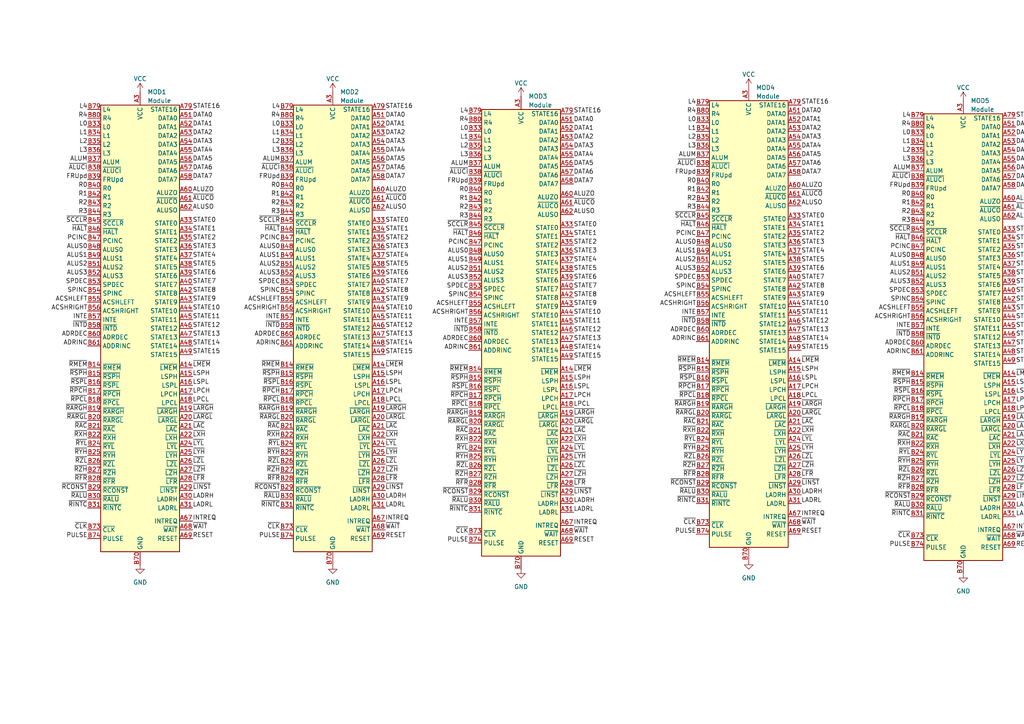
<source format=kicad_sch>
(kicad_sch (version 20250114) (generator "eeschema") (generator_version "9.0")
  (paper "A4")
  (lib_symbols
    (symbol "cpu816symbols:BusSlot"
      (property "Reference" "BC" (at -8.89 66.04 0))
      (property "Value" "BusConnector" (at 13.97 66.04 0))
      (symbol "BusSlot_0_1"
        (rectangle (start -11.43 64.77) (end 11.43 -64.77) (stroke (width 0.254)) (fill (type background)))
      )
      (symbol "BusSlot_1_0"
        (pin passive line (at 0 68.58 270) (length 3.81) (hide yes) (name "VCC") (number "B1"))
        (pin passive line (at 0 68.58 270) (length 3.81) (hide yes) (name "VCC") (number "B2"))
        (pin passive line (at 0 68.58 270) (length 3.81) (hide yes) (name "VCC") (number "B3"))
        (pin passive line (at 0 68.58 270) (length 3.81) (hide yes) (name "VCC") (number "B4"))
        (pin passive line (at 0 68.58 270) (length 3.81) (hide yes) (name "VCC") (number "B5"))
        (pin passive line (at 0 -68.58 90) (length 3.81) (hide yes) (name "GND") (number "A66"))
        (pin passive line (at 0 -68.58 90) (length 3.81) (hide yes) (name "GND") (number "A70"))
        (pin passive line (at 0 -68.58 90) (length 3.81) (hide yes) (name "GND") (number "A71"))
        (pin passive line (at 0 -68.58 90) (length 3.81) (hide yes) (name "GND") (number "A72"))
        (pin passive line (at 0 -68.58 90) (length 3.81) (hide yes) (name "GND") (number "A73"))
        (pin passive line (at 0 -68.58 90) (length 3.81) (hide yes) (name "GND") (number "A74"))
        (pin passive line (at 0 -68.58 90) (length 3.81) (hide yes) (name "GND") (number "A75"))
        (pin passive line (at 0 -68.58 90) (length 3.81) (hide yes) (name "GND") (number "A76"))
        (pin passive line (at 0 -68.58 90) (length 3.81) (hide yes) (name "GND") (number "B12"))
        (pin passive line (at 0 -68.58 90) (length 3.81) (hide yes) (name "GND") (number "B13"))
        (pin passive line (at 0 -68.58 90) (length 3.81) (hide yes) (name "GND") (number "B23"))
        (pin passive line (at 0 -68.58 90) (length 3.81) (hide yes) (name "GND") (number "B32"))
        (pin passive line (at 0 -68.58 90) (length 3.81) (hide yes) (name "GND") (number "B41"))
        (pin passive line (at 0 -68.58 90) (length 3.81) (hide yes) (name "GND") (number "B50"))
        (pin passive line (at 0 -68.58 90) (length 3.81) (hide yes) (name "GND") (number "B59"))
        (pin passive line (at 0 -68.58 90) (length 3.81) (hide yes) (name "GND") (number "B62"))
        (pin passive line (at 0 -68.58 90) (length 3.81) (hide yes) (name "GND") (number "B63"))
        (pin passive line (at 0 -68.58 90) (length 3.81) (hide yes) (name "GND") (number "B64"))
        (pin passive line (at 0 -68.58 90) (length 3.81) (hide yes) (name "GND") (number "B65"))
        (pin passive line (at 0 -68.58 90) (length 3.81) (hide yes) (name "GND") (number "B66"))
        (pin passive line (at 0 -68.58 90) (length 3.81) (hide yes) (name "GND") (number "B67"))
        (pin passive line (at 0 -68.58 90) (length 3.81) (hide yes) (name "GND") (number "B68"))
        (pin passive line (at 0 -68.58 90) (length 3.81) (hide yes) (name "GND") (number "B69"))
        (pin power_in line (at 0 -68.58 90) (length 3.81) (name "GND") (number "B70"))
        (pin passive line (at 0 -68.58 90) (length 3.81) (hide yes) (name "GND") (number "B71"))
        (pin passive line (at 0 -68.58 90) (length 3.81) (hide yes) (name "GND") (number "B72"))
        (pin passive line (at 0 -68.58 90) (length 3.81) (hide yes) (name "GND") (number "B75"))
        (pin passive line (at 0 -68.58 90) (length 3.81) (hide yes) (name "GND") (number "B76"))
      )
      (symbol "BusSlot_1_1"
        (pin passive line (at -15.24 63.5 0) (length 3.81) (name "L4") (number "B79"))
        (pin passive line (at -15.24 60.96 0) (length 3.81) (name "R4") (number "B80"))
        (pin passive line (at -15.24 58.42 0) (length 3.81) (name "L0") (number "B33"))
        (pin passive line (at -15.24 55.88 0) (length 3.81) (name "L1") (number "B34"))
        (pin passive line (at -15.24 53.34 0) (length 3.81) (name "L2") (number "B35"))
        (pin passive line (at -15.24 50.8 0) (length 3.81) (name "L3") (number "B36"))
        (pin passive line (at -15.24 48.26 0) (length 3.81) (name "ALUM") (number "B37"))
        (pin passive line (at -15.24 45.72 0) (length 3.81) (name "~{ALUCI}") (number "B38"))
        (pin passive line (at -15.24 43.18 0) (length 3.81) (name "FRUpd") (number "B39"))
        (pin passive line (at -15.24 40.64 0) (length 3.81) (name "R0") (number "B40"))
        (pin passive line (at -15.24 38.1 0) (length 3.81) (name "R1") (number "B42"))
        (pin passive line (at -15.24 35.56 0) (length 3.81) (name "R2") (number "B43"))
        (pin passive line (at -15.24 33.02 0) (length 3.81) (name "R3") (number "B44"))
        (pin passive line (at -15.24 30.48 0) (length 3.81) (name "~{SCCLR}") (number "B45"))
        (pin passive line (at -15.24 27.94 0) (length 3.81) (name "~{HALT}") (number "B46"))
        (pin passive line (at -15.24 25.4 0) (length 3.81) (name "PCINC") (number "B47"))
        (pin passive line (at -15.24 22.86 0) (length 3.81) (name "ALUS0") (number "B48"))
        (pin passive line (at -15.24 20.32 0) (length 3.81) (name "ALUS1") (number "B49"))
        (pin passive line (at -15.24 17.78 0) (length 3.81) (name "ALUS2") (number "B51"))
        (pin passive line (at -15.24 15.24 0) (length 3.81) (name "ALUS3") (number "B52"))
        (pin passive line (at -15.24 12.7 0) (length 3.81) (name "SPDEC") (number "B53"))
        (pin passive line (at -15.24 10.16 0) (length 3.81) (name "SPINC") (number "B54"))
        (pin passive line (at -15.24 7.62 0) (length 3.81) (name "ACSHLEFT") (number "B55"))
        (pin passive line (at -15.24 5.08 0) (length 3.81) (name "ACSHRIGHT") (number "B56"))
        (pin passive line (at -15.24 2.54 0) (length 3.81) (name "INTE") (number "B57"))
        (pin passive line (at -15.24 0 0) (length 3.81) (name "~{INTD}") (number "B58"))
        (pin passive line (at -15.24 -2.54 0) (length 3.81) (name "ADRDEC") (number "B60"))
        (pin passive line (at -15.24 -5.08 0) (length 3.81) (name "ADDRINC") (number "B61"))
        (pin passive line (at -15.24 -11.43 0) (length 3.81) (name "~{RMEM}") (number "B14"))
        (pin passive line (at -15.24 -13.97 0) (length 3.81) (name "~{RSPH}") (number "B15"))
        (pin passive line (at -15.24 -16.51 0) (length 3.81) (name "~{RSPL}") (number "B16"))
        (pin passive line (at -15.24 -19.05 0) (length 3.81) (name "~{RPCH}") (number "B17"))
        (pin passive line (at -15.24 -21.59 0) (length 3.81) (name "~{RPCL}") (number "B18"))
        (pin passive line (at -15.24 -24.13 0) (length 3.81) (name "~{RARGH}") (number "B19"))
        (pin passive line (at -15.24 -26.67 0) (length 3.81) (name "~{RARGL}") (number "B20"))
        (pin passive line (at -15.24 -29.21 0) (length 3.81) (name "~{RAC}") (number "B21"))
        (pin passive line (at -15.24 -31.75 0) (length 3.81) (name "~{RXH}") (number "B22"))
        (pin passive line (at -15.24 -34.29 0) (length 3.81) (name "~{RYL}") (number "B24"))
        (pin passive line (at -15.24 -36.83 0) (length 3.81) (name "~{RYH}") (number "B25"))
        (pin passive line (at -15.24 -39.37 0) (length 3.81) (name "~{RZL}") (number "B26"))
        (pin passive line (at -15.24 -41.91 0) (length 3.81) (name "~{RZH}") (number "B27"))
        (pin passive line (at -15.24 -44.45 0) (length 3.81) (name "~{RFR}") (number "B28"))
        (pin passive line (at -15.24 -46.99 0) (length 3.81) (name "~{RCONST}") (number "B29"))
        (pin passive line (at -15.24 -49.53 0) (length 3.81) (name "~{RALU}") (number "B30"))
        (pin passive line (at -15.24 -52.07 0) (length 3.81) (name "~{RINTC}") (number "B31"))
        (pin passive line (at -15.24 -58.42 0) (length 3.81) (name "~{CLK}") (number "B73"))
        (pin passive line (at -15.24 -60.96 0) (length 3.81) (name "PULSE") (number "B74"))
        (pin passive line (at 0 68.58 270) (length 3.81) (hide yes) (name "VCC") (number "A1"))
        (pin passive line (at 0 68.58 270) (length 3.81) (hide yes) (name "VCC") (number "A2"))
        (pin power_in line (at 0 68.58 270) (length 3.81) (name "VCC") (number "A3"))
        (pin passive line (at 0 68.58 270) (length 3.81) (hide yes) (name "VCC") (number "A4"))
        (pin passive line (at 0 68.58 270) (length 3.81) (hide yes) (name "VCC") (number "A5"))
        (pin passive line (at 0 -68.58 90) (length 3.81) (hide yes) (name "GND") (number "A12"))
        (pin passive line (at 0 -68.58 90) (length 3.81) (hide yes) (name "GND") (number "A13"))
        (pin passive line (at 0 -68.58 90) (length 3.81) (hide yes) (name "GND") (number "A23"))
        (pin passive line (at 0 -68.58 90) (length 3.81) (hide yes) (name "GND") (number "A32"))
        (pin passive line (at 0 -68.58 90) (length 3.81) (hide yes) (name "GND") (number "A41"))
        (pin passive line (at 0 -68.58 90) (length 3.81) (hide yes) (name "GND") (number "A50"))
        (pin passive line (at 0 -68.58 90) (length 3.81) (hide yes) (name "GND") (number "A59"))
        (pin passive line (at 0 -68.58 90) (length 3.81) (hide yes) (name "GND") (number "A63"))
        (pin passive line (at 0 -68.58 90) (length 3.81) (hide yes) (name "GND") (number "A64"))
        (pin passive line (at 0 -68.58 90) (length 3.81) (hide yes) (name "GND") (number "A65"))
        (pin passive line (at 15.24 63.5 180) (length 3.81) (name "STATE16") (number "A79"))
        (pin passive line (at 15.24 60.96 180) (length 3.81) (name "DATA0") (number "A51"))
        (pin passive line (at 15.24 58.42 180) (length 3.81) (name "DATA1") (number "A52"))
        (pin passive line (at 15.24 55.88 180) (length 3.81) (name "DATA2") (number "A53"))
        (pin passive line (at 15.24 53.34 180) (length 3.81) (name "DATA3") (number "A54"))
        (pin passive line (at 15.24 50.8 180) (length 3.81) (name "DATA4") (number "A55"))
        (pin passive line (at 15.24 48.26 180) (length 3.81) (name "DATA5") (number "A56"))
        (pin passive line (at 15.24 45.72 180) (length 3.81) (name "DATA6") (number "A57"))
        (pin passive line (at 15.24 43.18 180) (length 3.81) (name "DATA7") (number "A58"))
        (pin passive line (at 15.24 39.37 180) (length 3.81) (name "ALUZO") (number "A60"))
        (pin passive line (at 15.24 36.83 180) (length 3.81) (name "~{ALUCO}") (number "A61"))
        (pin passive line (at 15.24 34.29 180) (length 3.81) (name "ALUSO") (number "A62"))
        (pin passive line (at 15.24 30.48 180) (length 3.81) (name "STATE0") (number "A33"))
        (pin passive line (at 15.24 27.94 180) (length 3.81) (name "STATE1") (number "A34"))
        (pin passive line (at 15.24 25.4 180) (length 3.81) (name "STATE2") (number "A35"))
        (pin passive line (at 15.24 22.86 180) (length 3.81) (name "STATE3") (number "A36"))
        (pin passive line (at 15.24 20.32 180) (length 3.81) (name "STATE4") (number "A37"))
        (pin passive line (at 15.24 17.78 180) (length 3.81) (name "STATE5") (number "A38"))
        (pin passive line (at 15.24 15.24 180) (length 3.81) (name "STATE6") (number "A39"))
        (pin passive line (at 15.24 12.7 180) (length 3.81) (name "STATE7") (number "A40"))
        (pin passive line (at 15.24 10.16 180) (length 3.81) (name "STATE8") (number "A42"))
        (pin passive line (at 15.24 7.62 180) (length 3.81) (name "STATE9") (number "A43"))
        (pin passive line (at 15.24 5.08 180) (length 3.81) (name "STATE10") (number "A44"))
        (pin passive line (at 15.24 2.54 180) (length 3.81) (name "STATE11") (number "A45"))
        (pin passive line (at 15.24 0 180) (length 3.81) (name "STATE12") (number "A46"))
        (pin passive line (at 15.24 -2.54 180) (length 3.81) (name "STATE13") (number "A47"))
        (pin passive line (at 15.24 -5.08 180) (length 3.81) (name "STATE14") (number "A48"))
        (pin passive line (at 15.24 -7.62 180) (length 3.81) (name "STATE15") (number "A49"))
        (pin passive line (at 15.24 -11.43 180) (length 3.81) (name "~{LMEM}") (number "A14"))
        (pin passive line (at 15.24 -13.97 180) (length 3.81) (name "LSPH") (number "A15"))
        (pin passive line (at 15.24 -16.51 180) (length 3.81) (name "LSPL") (number "A16"))
        (pin passive line (at 15.24 -19.05 180) (length 3.81) (name "LPCH") (number "A17"))
        (pin passive line (at 15.24 -21.59 180) (length 3.81) (name "LPCL") (number "A18"))
        (pin passive line (at 15.24 -24.13 180) (length 3.81) (name "~{LARGH}") (number "A19"))
        (pin passive line (at 15.24 -26.67 180) (length 3.81) (name "~{LARGL}") (number "A20"))
        (pin passive line (at 15.24 -29.21 180) (length 3.81) (name "~{LAC}") (number "A21"))
        (pin passive line (at 15.24 -31.75 180) (length 3.81) (name "~{LXH}") (number "A22"))
        (pin passive line (at 15.24 -34.29 180) (length 3.81) (name "~{LYL}") (number "A24"))
        (pin passive line (at 15.24 -36.83 180) (length 3.81) (name "~{LYH}") (number "A25"))
        (pin passive line (at 15.24 -39.37 180) (length 3.81) (name "~{LZL}") (number "A26"))
        (pin passive line (at 15.24 -41.91 180) (length 3.81) (name "~{LZH}") (number "A27"))
        (pin passive line (at 15.24 -44.45 180) (length 3.81) (name "~{LFR}") (number "A28"))
        (pin passive line (at 15.24 -46.99 180) (length 3.81) (name "~{LINST}") (number "A29"))
        (pin passive line (at 15.24 -49.53 180) (length 3.81) (name "LADRH") (number "A30"))
        (pin passive line (at 15.24 -52.07 180) (length 3.81) (name "LADRL") (number "A31"))
        (pin passive line (at 15.24 -55.88 180) (length 3.81) (name "INTREQ") (number "A67"))
        (pin passive line (at 15.24 -58.42 180) (length 3.81) (name "~{WAIT}") (number "A68"))
        (pin passive line (at 15.24 -60.96 180) (length 3.81) (name "RESET") (number "A69"))
      )
    )
    (symbol "power:GND" (power) (pin_numbers (hide yes)) (pin_names (offset 0) (hide yes))
      (property "Value" "GND" (at 0 -3.81 0))
      (symbol "GND_0_1"
        (polyline (pts (xy 0 0) (xy 0 -1.27) (xy 1.27 -1.27) (xy 0 -2.54) (xy -1.27 -1.27) (xy 0 -1.27)))
      )
      (symbol "GND_1_1"
        (pin power_in line (at 0 0 270) (length 0) (name "~") (number "1"))
      )
    )
    (symbol "power:VCC" (power) (pin_numbers (hide yes)) (pin_names (offset 0) (hide yes))
      (property "Value" "VCC" (at 0 3.556 0))
      (symbol "VCC_0_1"
        (polyline (pts (xy -0.762 1.27) (xy 0 2.54)))
        (polyline (pts (xy 0 2.54) (xy 0.762 1.27)))
        (polyline (pts (xy 0 0) (xy 0 2.54)))
      )
      (symbol "VCC_1_1"
        (pin power_in line (at 0 0 90) (length 0) (name "~") (number "1"))
      )
    )
  )
  (label "SPDEC" (at 392.43 81.28 180))
  (label "~{WAIT}" (at 55.88 153.67 0))
  (label "~{RALU}" (at 81.28 144.78 180))
  (label "ACSHRIGHT" (at 135.89 91.44 180))
  (label "~{RSPH}" (at 323.85 107.95 180))
  (label "STATE3" (at 111.76 72.39 0))
  (label "~{INTD}" (at 264.16 97.79 180))
  (label "ALUM" (at 450.85 48.26 180))
  (label "~{LZL}" (at 111.76 134.62 0))
  (label "~{LARGH}" (at 55.88 119.38 0))
  (label "~{LAC}" (at 55.88 124.46 0))
  (label "ADRDEC" (at 392.43 96.52 180))
  (label "STATE0" (at 535.94 66.04 0))
  (label "DATA4" (at 294.64 46.99 0))
  (label "STATE15" (at 166.37 104.14 0))
  (label "~{RMEM}" (at 81.28 106.68 180))
  (label "STATE1" (at 294.64 69.85 0))
  (label "ALUS2" (at 450.85 78.74 180))
  (label "ALUS2" (at 323.85 76.2 180))
  (label "~{RSPH}" (at 505.46 110.49 180))
  (label "ALUZO" (at 422.91 54.61 0))
  (label "STATE14" (at 422.91 99.06 0))
  (label "~{LZL}" (at 166.37 135.89 0))
  (label "R3" (at 505.46 63.5 180))
  (label "RESET" (at 166.37 157.48 0))
  (label "DATA6" (at 535.94 50.8 0))
  (label "DATA1" (at 294.64 39.37 0))
  (label "~{RYH}" (at 81.28 132.08 180))
  (label "STATE10" (at 111.76 90.17 0))
  (label "DATA4" (at 535.94 45.72 0))
  (label "~{CLK}" (at 323.85 152.4 180))
  (label "ALUS3" (at 323.85 78.74 180))
  (label "~{LAC}" (at 166.37 125.73 0))
  (label "STATE5" (at 166.37 78.74 0))
  (label "~{RXH}" (at 323.85 125.73 180))
  (label "L0" (at 25.4 36.83 180))
  (label "~{LFR}" (at 55.88 139.7 0))
  (label "STATE10" (at 232.41 88.9 0))
  (label "ACSHRIGHT" (at 323.85 88.9 180))
  (label "STATE15" (at 481.33 104.14 0))
  (label "~{LAC}" (at 354.33 123.19 0))
  (label "ADRINC" (at 450.85 101.6 180))
  (label "DATA7" (at 166.37 53.34 0))
  (label "~{RPCH}" (at 392.43 113.03 180))
  (label "~{RXH}" (at 201.93 125.73 180))
  (label "~{RARGH}" (at 323.85 118.11 180))
  (label "DATA5" (at 166.37 48.26 0))
  (label "DATA3" (at 111.76 41.91 0))
  (label "~{LINST}" (at 354.33 140.97 0))
  (label "ACSHLEFT" (at 323.85 86.36 180))
  (label "~{RARGL}" (at 505.46 123.19 180))
  (label "~{CLK}" (at 25.4 153.67 180))
  (label "STATE1" (at 232.41 66.04 0))
  (label "~{RMEM}" (at 201.93 105.41 180))
  (label "ACSHRIGHT" (at 264.16 92.71 180))
  (label "~{RYH}" (at 201.93 130.81 180))
  (label "INTREQ" (at 232.41 149.86 0))
  (label "DATA2" (at 481.33 40.64 0))
  (label "ALUS0" (at 25.4 72.39 180))
  (label "LADRL" (at 354.33 146.05 0))
  (label "INTE" (at 135.89 93.98 180))
  (label "STATE8" (at 166.37 86.36 0))
  (label "~{INTD}" (at 135.89 96.52 180))
  (label "L2" (at 450.85 43.18 180))
  (label "ALUS1" (at 450.85 76.2 180))
  (label "~{RARGH}" (at 505.46 120.65 180))
  (label "~{LXH}" (at 422.91 125.73 0))
  (label "~{RARGL}" (at 81.28 121.92 180))
  (label "DATA0" (at 55.88 34.29 0))
  (label "~{HALT}" (at 25.4 67.31 180))
  (label "LPCH" (at 166.37 115.57 0))
  (label "ADRINC" (at 323.85 99.06 180))
  (label "STATE3" (at 166.37 73.66 0))
  (label "~{RSPL}" (at 25.4 111.76 180))
  (label "STATE4" (at 422.91 73.66 0))
  (label "DATA3" (at 55.88 41.91 0))
  (label "L2" (at 25.4 41.91 180))
  (label "STATE14" (at 481.33 101.6 0))
  (label "STATE8" (at 535.94 86.36 0))
  (label "STATE16" (at 535.94 33.02 0))
  (label "PCINC" (at 323.85 68.58 180))
  (label "FRUpd" (at 264.16 54.61 180))
  (label "PULSE" (at 81.28 156.21 180))
  (label "~{RPCL}" (at 25.4 116.84 180))
  (label "~{LMEM}" (at 111.76 106.68 0))
  (label "~{LFR}" (at 422.91 138.43 0))
  (label "~{RCONST}" (at 135.89 143.51 180))
  (label "~{RFR}" (at 505.46 140.97 180))
  (label "SPDEC" (at 264.16 85.09 180))
  (label "STATE14" (at 535.94 101.6 0))
  (label "~{RPCH}" (at 505.46 115.57 180))
  (label "~{LARGH}" (at 422.91 118.11 0))
  (label "~{RFR}" (at 25.4 139.7 180))
  (label "R3" (at 450.85 63.5 180))
  (label "~{RAC}" (at 264.16 127 180))
  (label "~{RMEM}" (at 323.85 105.41 180))
  (label "~{RINTC}" (at 505.46 148.59 180))
  (label "~{RMEM}" (at 264.16 109.22 180))
  (label "~{RFR}" (at 392.43 138.43 180))
  (label "STATE9" (at 232.41 86.36 0))
  (label "~{RZL}" (at 25.4 134.62 180))
  (label "RESET" (at 354.33 154.94 0))
  (label "~{CLK}" (at 264.16 156.21 180))
  (label "~{LXH}" (at 55.88 127 0))
  (label "STATE5" (at 294.64 80.01 0))
  (label "DATA4" (at 232.41 43.18 0))
  (label "ALUSO" (at 232.41 59.69 0))
  (label "ALUM" (at 505.46 48.26 180))
  (label "~{RPCL}" (at 135.89 118.11 180))
  (label "LADRL" (at 294.64 149.86 0))
  (label "ALUS0" (at 201.93 71.12 180))
  (label "~{RYL}" (at 264.16 132.08 180))
  (label "~{LARGL}" (at 55.88 121.92 0))
  (label "~{LZL}" (at 354.33 133.35 0))
  (label "~{LYH}" (at 481.33 133.35 0))
  (label "STATE12" (at 166.37 96.52 0))
  (label "~{RYL}" (at 392.43 128.27 180))
  (label "FRUpd" (at 25.4 52.07 180))
  (label "~{LARGL}" (at 111.76 121.92 0))
  (label "STATE5" (at 232.41 76.2 0))
  (label "LSPL" (at 535.94 113.03 0))
  (label "ALUM" (at 323.85 45.72 180))
  (label "~{SCCLR}" (at 450.85 66.04 180))
  (label "~{RALU}" (at 135.89 146.05 180))
  (label "LADRH" (at 55.88 144.78 0))
  (label "ALUSO" (at 166.37 62.23 0))
  (label "~{RINTC}" (at 135.89 148.59 180))
  (label "~{LINST}" (at 232.41 140.97 0))
  (label "~{RYL}" (at 323.85 128.27 180))
  (label "R2" (at 392.43 58.42 180))
  (label "~{LMEM}" (at 294.64 109.22 0))
  (label "ALUM" (at 392.43 45.72 180))
  (label "ACSHLEFT" (at 25.4 87.63 180))
  (label "~{RCONST}" (at 450.85 143.51 180))
  (label "STATE8" (at 55.88 85.09 0))
  (label "LPCL" (at 166.37 118.11 0))
  (label "LADRL" (at 535.94 148.59 0))
  (label "STATE15" (at 294.64 105.41 0))
  (label "~{RINTC}" (at 450.85 148.59 180))
  (label "DATA4" (at 166.37 45.72 0))
  (label "DATA1" (at 535.94 38.1 0))
  (label "STATE12" (at 354.33 93.98 0))
  (label "ADRINC" (at 25.4 100.33 180))
  (label "STATE12" (at 111.76 95.25 0))
  (label "~{RZH}" (at 135.89 138.43 180))
  (label "~{RCONST}" (at 81.28 142.24 180))
  (label "RESET" (at 232.41 154.94 0))
  (label "STATE16" (at 55.88 31.75 0))
  (label "DATA1" (at 232.41 35.56 0))
  (label "ACSHRIGHT" (at 81.28 90.17 180))
  (label "STATE16" (at 111.76 31.75 0))
  (label "STATE15" (at 535.94 104.14 0))
  (label "STATE6" (at 232.41 78.74 0))
  (label "~{RZL}" (at 201.93 133.35 180))
  (label "LPCL" (at 535.94 118.11 0))
  (label "STATE16" (at 354.33 30.48 0))
  (label "ALUS3" (at 264.16 82.55 180))
  (label "~{SCCLR}" (at 201.93 63.5 180))
  (label "L3" (at 264.16 46.99 180))
  (label "~{RALU}" (at 25.4 144.78 180))
  (label "~{INTD}" (at 505.46 96.52 180))
  (label "~{RINTC}" (at 201.93 146.05 180))
  (label "LADRH" (at 111.76 144.78 0))
  (label "~{LXH}" (at 354.33 125.73 0))
  (label "SPDEC" (at 323.85 81.28 180))
  (label "STATE1" (at 166.37 68.58 0))
  (label "~{RARGH}" (at 450.85 120.65 180))
  (label "~{RPCL}" (at 392.43 115.57 180))
  (label "PULSE" (at 135.89 157.48 180))
  (label "L1" (at 25.4 39.37 180))
  (label "~{WAIT}" (at 111.76 153.67 0))
  (label "~{RPCL}" (at 450.85 118.11 180))
  (label "STATE7" (at 481.33 83.82 0))
  (label "~{RZL}" (at 392.43 133.35 180))
  (label "~{RZH}" (at 450.85 138.43 180))
  (label "~{LZL}" (at 232.41 133.35 0))
  (label "~{LINST}" (at 294.64 144.78 0))
  (label "~{LYL}" (at 481.33 130.81 0))
  (label "DATA1" (at 422.91 35.56 0))
  (label "R3" (at 135.89 63.5 180))
  (label "~{RZL}" (at 323.85 133.35 180))
  (label "~{RCONST}" (at 264.16 144.78 180))
  (label "ALUS1" (at 505.46 76.2 180))
  (label "STATE2" (at 535.94 71.12 0))
  (label "~{RAC}" (at 25.4 124.46 180))
  (label "~{RPCL}" (at 201.93 115.57 180))
  (label "PCINC" (at 201.93 68.58 180))
  (label "L1" (at 135.89 40.64 180))
  (label "ALUZO" (at 535.94 57.15 0))
  (label "LPCL" (at 422.91 115.57 0))
  (label "ADRDEC" (at 264.16 100.33 180))
  (label "R2" (at 505.46 60.96 180))
  (label "ALUS2" (at 25.4 77.47 180))
  (label "ACSHRIGHT" (at 450.85 91.44 180))
  (label "~{LZH}" (at 232.41 135.89 0))
  (label "DATA7" (at 481.33 53.34 0))
  (label "~{RSPL}" (at 201.93 110.49 180))
  (label "~{RAC}" (at 201.93 123.19 180))
  (label "~{RARGH}" (at 135.89 120.65 180))
  (label "L4" (at 201.93 30.48 180))
  (label "STATE13" (at 535.94 99.06 0))
  (label "~{LARGL}" (at 294.64 124.46 0))
  (label "~{RPCH}" (at 81.28 114.3 180))
  (label "~{HALT}" (at 264.16 69.85 180))
  (label "ALUS0" (at 505.46 73.66 180))
  (label "STATE12" (at 232.41 93.98 0))
  (label "~{RINTC}" (at 264.16 149.86 180))
  (label "~{RXH}" (at 505.46 128.27 180))
  (label "FRUpd" (at 392.43 50.8 180))
  (label "STATE9" (at 535.94 88.9 0))
  (label "INTE" (at 25.4 92.71 180))
  (label "DATA2" (at 354.33 38.1 0))
  (label "~{RSPL}" (at 323.85 110.49 180))
  (label "~{RALU}" (at 264.16 147.32 180))
  (label "ADRINC" (at 201.93 99.06 180))
  (label "DATA2" (at 166.37 40.64 0))
  (label "LSPH" (at 535.94 110.49 0))
  (label "SPINC" (at 450.85 86.36 180))
  (label "~{RXH}" (at 135.89 128.27 180))
  (label "STATE0" (at 422.91 63.5 0))
  (label "~{RPCL}" (at 81.28 116.84 180))
  (label "L0" (at 201.93 35.56 180))
  (label "LSPL" (at 232.41 110.49 0))
  (label "STATE6" (at 294.64 82.55 0))
  (label "~{LMEM}" (at 535.94 107.95 0))
  (label "~{SCCLR}" (at 264.16 67.31 180))
  (label "~{LFR}" (at 535.94 140.97 0))
  (label "~{RZL}" (at 135.89 135.89 180))
  (label "~{RZL}" (at 81.28 134.62 180))
  (label "R3" (at 201.93 60.96 180))
  (label "~{RYH}" (at 25.4 132.08 180))
  (label "~{RYH}" (at 264.16 134.62 180))
  (label "ALUS2" (at 201.93 76.2 180))
  (label "FRUpd" (at 81.28 52.07 180))
  (label "LPCL" (at 111.76 116.84 0))
  (label "ALUS0" (at 450.85 73.66 180))
  (label "~{RINTC}" (at 323.85 146.05 180))
  (label "~{LZL}" (at 55.88 134.62 0))
  (label "ACSHRIGHT" (at 25.4 90.17 180))
  (label "R1" (at 135.89 58.42 180))
  (label "STATE5" (at 55.88 77.47 0))
  (label "STATE16" (at 481.33 33.02 0))
  (label "R4" (at 323.85 33.02 180))
  (label "~{RPCH}" (at 450.85 115.57 180))
  (label "~{LARGH}" (at 111.76 119.38 0))
  (label "SPINC" (at 25.4 85.09 180))
  (label "~{LZH}" (at 354.33 135.89 0))
  (label "ALUSO" (at 111.76 60.96 0))
  (label "~{WAIT}" (at 354.33 152.4 0))
  (label "~{ALUCO}" (at 535.94 59.69 0))
  (label "~{LINST}" (at 55.88 142.24 0))
  (label "~{RZH}" (at 505.46 138.43 180))
  (label "STATE14" (at 232.41 99.06 0))
  (label "~{RYH}" (at 505.46 133.35 180))
  (label "~{RALU}" (at 505.46 146.05 180))
  (label "STATE12" (at 55.88 95.25 0))
  (label "L3" (at 25.4 44.45 180))
  (label "R1" (at 201.93 55.88 180))
  (label "LSPH" (at 232.41 107.95 0))
  (label "~{RZH}" (at 264.16 139.7 180))
  (label "ADRDEC" (at 135.89 99.06 180))
  (label "STATE8" (at 354.33 83.82 0))
  (label "STATE14" (at 111.76 100.33 0))
  (label "~{RXH}" (at 264.16 129.54 180))
  (label "~{CLK}" (at 392.43 152.4 180))
  (label "LPCH" (at 55.88 114.3 0))
  (label "~{RSPL}" (at 392.43 110.49 180))
  (label "PULSE" (at 25.4 156.21 180))
  (label "~{RARGL}" (at 135.89 123.19 180))
  (label "~{LYH}" (at 354.33 130.81 0))
  (label "~{LXH}" (at 232.41 125.73 0))
  (label "STATE11" (at 535.94 93.98 0))
  (label "LSPL" (at 111.76 111.76 0))
  (label "~{RYH}" (at 450.85 133.35 180))
  (label "DATA2" (at 232.41 38.1 0))
  (label "STATE8" (at 111.76 85.09 0))
  (label "~{RZH}" (at 81.28 137.16 180))
  (label "STATE11" (at 422.91 91.44 0))
  (label "L0" (at 450.85 38.1 180))
  (label "L2" (at 323.85 40.64 180))
  (label "~{ALUCO}" (at 422.91 57.15 0))
  (label "ACSHLEFT" (at 505.46 88.9 180))
  (label "~{RARGL}" (at 450.85 123.19 180))
  (label "STATE7" (at 55.88 82.55 0))
  (label "STATE9" (at 422.91 86.36 0))
  (label "RESET" (at 111.76 156.21 0))
  (label "~{LZH}" (at 111.76 137.16 0))
  (label "~{LYL}" (at 535.94 130.81 0))
  (label "~{RXH}" (at 25.4 127 180))
  (label "R0" (at 392.43 53.34 180))
  (label "~{LARGH}" (at 535.94 120.65 0))
  (label "~{LARGL}" (at 232.41 120.65 0))
  (label "STATE11" (at 294.64 95.25 0))
  (label "~{RSPH}" (at 450.85 110.49 180))
  (label "LPCH" (at 232.41 113.03 0))
  (label "STATE1" (at 422.91 66.04 0))
  (label "LPCH" (at 422.91 113.03 0))
  (label "DATA6" (at 166.37 50.8 0))
  (label "STATE0" (at 166.37 66.04 0))
  (label "SPINC" (at 323.85 83.82 180))
  (label "R3" (at 392.43 60.96 180))
  (label "INTREQ" (at 481.33 152.4 0))
  (label "~{RMEM}" (at 505.46 107.95 180))
  (label "~{SCCLR}" (at 392.43 63.5 180))
  (label "~{RYL}" (at 201.93 128.27 180))
  (label "PCINC" (at 392.43 68.58 180))
  (label "LSPL" (at 354.33 110.49 0))
  (label "~{WAIT}" (at 166.37 154.94 0))
  (label "~{WAIT}" (at 535.94 154.94 0))
  (label "~{WAIT}" (at 294.64 156.21 0))
  (label "INTREQ" (at 422.91 149.86 0))
  (label "R4" (at 81.28 34.29 180))
  (label "INTE" (at 450.85 93.98 180))
  (label "~{CLK}" (at 450.85 154.94 180))
  (label "L1" (at 323.85 38.1 180))
  (label "STATE4" (at 55.88 74.93 0))
  (label "DATA6" (at 481.33 50.8 0))
  (label "~{RARGH}" (at 264.16 121.92 180))
  (label "DATA7" (at 294.64 54.61 0))
  (label "R2" (at 135.89 60.96 180))
  (label "STATE11" (at 481.33 93.98 0))
  (label "ALUS3" (at 81.28 80.01 180))
  (label "ADRINC" (at 392.43 99.06 180))
  (label "STATE4" (at 354.33 73.66 0))
  (label "ACSHLEFT" (at 264.16 90.17 180))
  (label "R3" (at 323.85 60.96 180))
  (label "~{LZL}" (at 481.33 135.89 0))
  (label "ALUZO" (at 55.88 55.88 0))
  (label "L1" (at 201.93 38.1 180))
  (label "STATE6" (at 55.88 80.01 0))
  (label "~{RARGL}" (at 25.4 121.92 180))
  (label "~{LARGL}" (at 535.94 123.19 0))
  (label "~{RAC}" (at 505.46 125.73 180))
  (label "LSPL" (at 294.64 114.3 0))
  (label "DATA5" (at 481.33 48.26 0))
  (label "~{RZH}" (at 25.4 137.16 180))
  (label "~{CLK}" (at 505.46 154.94 180))
  (label "L4" (at 264.16 34.29 180))
  (label "STATE9" (at 294.64 90.17 0))
  (label "R2" (at 201.93 58.42 180))
  (label "SPDEC" (at 25.4 82.55 180))
  (label "DATA0" (at 111.76 34.29 0))
  (label "L2" (at 201.93 40.64 180))
  (label "~{ALUCO}" (at 294.64 60.96 0))
  (label "~{RAC}" (at 450.85 125.73 180))
  (label "LPCL" (at 481.33 118.11 0))
  (label "STATE9" (at 55.88 87.63 0))
  (label "~{LARGL}" (at 166.37 123.19 0))
  (label "ALUM" (at 135.89 48.26 180))
  (label "STATE10" (at 535.94 91.44 0))
  (label "ALUS0" (at 323.85 71.12 180))
  (label "R0" (at 264.16 57.15 180))
  (label "~{ALUCI}" (at 81.28 49.53 180))
  (label "STATE0" (at 55.88 64.77 0))
  (label "PULSE" (at 323.85 154.94 180))
  (label "STATE12" (at 294.64 97.79 0))
  (label "L3" (at 392.43 43.18 180))
  (label "~{LINST}" (at 481.33 143.51 0))
  (label "L3" (at 201.93 43.18 180))
  (label "DATA2" (at 111.76 39.37 0))
  (label "STATE7" (at 166.37 83.82 0))
  (label "STATE13" (at 55.88 97.79 0))
  (label "~{ALUCI}" (at 201.93 48.26 180))
  (label "STATE4" (at 535.94 76.2 0))
  (label "STATE12" (at 422.91 93.98 0))
  (label "L4" (at 25.4 31.75 180))
  (label "DATA0" (at 294.64 36.83 0))
  (label "STATE8" (at 232.41 83.82 0))
  (label "R0" (at 323.85 53.34 180))
  (label "~{ALUCO}" (at 232.41 57.15 0))
  (label "~{RARGH}" (at 25.4 119.38 180))
  (label "~{RALU}" (at 450.85 146.05 180))
  (label "STATE6" (at 111.76 80.01 0))
  (label "~{LFR}" (at 111.76 139.7 0))
  (label "~{RZL}" (at 264.16 137.16 180))
  (label "STATE9" (at 111.76 87.63 0))
  (label "STATE15" (at 55.88 102.87 0))
  (label "~{LZL}" (at 294.64 137.16 0))
  (label "~{LARGL}" (at 481.33 123.19 0))
  (label "L3" (at 323.85 43.18 180))
  (label "INTREQ" (at 535.94 152.4 0))
  (label "DATA3" (at 166.37 43.18 0))
  (label "~{INTD}" (at 323.85 93.98 180))
  (label "LSPL" (at 422.91 110.49 0))
  (label "ALUSO" (at 422.91 59.69 0))
  (label "~{RPCH}" (at 135.89 115.57 180))
  (label "R3" (at 264.16 64.77 180))
  (label "ADRDEC" (at 25.4 97.79 180))
  (label "~{LAC}" (at 422.91 123.19 0))
  (label "~{ALUCO}" (at 481.33 59.69 0))
  (label "R0" (at 450.85 55.88 180))
  (label "~{LARGH}" (at 354.33 118.11 0))
  (label "L1" (at 81.28 39.37 180))
  (label "STATE10" (at 166.37 91.44 0))
  (label "STATE0" (at 111.76 64.77 0))
  (label "LPCL" (at 294.64 119.38 0))
  (label "STATE2" (at 166.37 71.12 0))
  (label "R0" (at 25.4 54.61 180))
  (label "ADRINC" (at 135.89 101.6 180))
  (label "R4" (at 201.93 33.02 180))
  (label "STATE12" (at 535.94 96.52 0))
  (label "~{RAC}" (at 392.43 123.19 180))
  (label "ALUSO" (at 55.88 60.96 0))
  (label "DATA0" (at 422.91 33.02 0))
  (label "~{RARGL}" (at 323.85 120.65 180))
  (label "STATE13" (at 166.37 99.06 0))
  (label "~{ALUCI}" (at 505.46 50.8 180))
  (label "STATE0" (at 481.33 66.04 0))
  (label "~{RAC}" (at 323.85 123.19 180))
  (label "ALUM" (at 201.93 45.72 180))
  (label "~{CLK}" (at 81.28 153.67 180))
  (label "R4" (at 505.46 35.56 180))
  (label "~{RPCH}" (at 201.93 113.03 180))
  (label "~{SCCLR}" (at 81.28 64.77 180))
  (label "LSPL" (at 481.33 113.03 0))
  (label "LADRL" (at 111.76 147.32 0))
  (label "~{INTD}" (at 81.28 95.25 180))
  (label "LPCH" (at 535.94 115.57 0))
  (label "~{ALUCO}" (at 55.88 58.42 0))
  (label "LSPL" (at 166.37 113.03 0))
  (label "ALUSO" (at 354.33 59.69 0))
  (label "LADRL" (at 232.41 146.05 0))
  (label "ALUS1" (at 201.93 73.66 180))
  (label "STATE5" (at 422.91 76.2 0))
  (label "DATA3" (at 294.64 44.45 0))
  (label "STATE16" (at 232.41 30.48 0))
  (label "~{LZH}" (at 166.37 138.43 0))
  (label "STATE7" (at 294.64 85.09 0))
  (label "~{LARGH}" (at 481.33 120.65 0))
  (label "~{LINST}" (at 535.94 143.51 0))
  (label "~{RPCH}" (at 323.85 113.03 180))
  (label "~{LZH}" (at 294.64 139.7 0))
  (label "~{LYH}" (at 111.76 132.08 0))
  (label "DATA0" (at 481.33 35.56 0))
  (label "ACSHLEFT" (at 392.43 86.36 180))
  (label "~{HALT}" (at 450.85 68.58 180))
  (label "DATA4" (at 55.88 44.45 0))
  (label "STATE11" (at 354.33 91.44 0))
  (label "SPDEC" (at 201.93 81.28 180))
  (label "PCINC" (at 450.85 71.12 180))
  (label "~{ALUCI}" (at 25.4 49.53 180))
  (label "STATE13" (at 354.33 96.52 0))
  (label "PULSE" (at 264.16 158.75 180))
  (label "INTE" (at 323.85 91.44 180))
  (label "~{LINST}" (at 422.91 140.97 0))
  (label "~{LARGL}" (at 354.33 120.65 0))
  (label "~{HALT}" (at 81.28 67.31 180))
  (label "LPCH" (at 294.64 116.84 0))
  (label "ALUZO" (at 111.76 55.88 0))
  (label "~{RYL}" (at 135.89 130.81 180))
  (label "ADRDEC" (at 450.85 99.06 180))
  (label "DATA2" (at 55.88 39.37 0))
  (label "INTE" (at 505.46 93.98 180))
  (label "STATE3" (at 481.33 73.66 0))
  (label "ALUZO" (at 354.33 54.61 0))
  (label "~{RYH}" (at 135.89 133.35 180))
  (label "STATE14" (at 294.64 102.87 0))
  (label "L0" (at 135.89 38.1 180))
  (label "R4" (at 25.4 34.29 180))
  (label "STATE12" (at 481.33 96.52 0))
  (label "~{LMEM}" (at 422.91 105.41 0))
  (label "~{WAIT}" (at 422.91 152.4 0))
  (label "~{LXH}" (at 481.33 128.27 0))
  (label "L3" (at 505.46 45.72 180))
  (label "DATA3" (at 354.33 40.64 0))
  (label "L2" (at 135.89 43.18 180))
  (label "STATE4" (at 294.64 77.47 0))
  (label "~{RSPH}" (at 201.93 107.95 180))
  (label "PCINC" (at 25.4 69.85 180))
  (label "~{RINTC}" (at 81.28 147.32 180))
  (label "INTREQ" (at 294.64 153.67 0))
  (label "STATE6" (at 166.37 81.28 0))
  (label "STATE13" (at 294.64 100.33 0))
  (label "~{RINTC}" (at 25.4 147.32 180))
  (label "~{LZH}" (at 535.94 138.43 0))
  (label "STATE5" (at 535.94 78.74 0))
  (label "FRUpd" (at 135.89 53.34 180))
  (label "FRUpd" (at 450.85 53.34 180))
  (label "~{RXH}" (at 450.85 128.27 180))
  (label "DATA1" (at 354.33 35.56 0))
  (label "STATE6" (at 354.33 78.74 0))
  (label "~{RPCL}" (at 323.85 115.57 180))
  (label "ALUSO" (at 294.64 63.5 0))
  (label "~{RZH}" (at 392.43 135.89 180))
  (label "~{ALUCI}" (at 323.85 48.26 180))
  (label "LADRH" (at 166.37 146.05 0))
  (label "~{RSPL}" (at 81.28 111.76 180))
  (label "~{LZL}" (at 422.91 133.35 0))
  (label "~{RCONST}" (at 323.85 140.97 180))
  (label "~{LYH}" (at 166.37 133.35 0))
  (label "DATA2" (at 535.94 40.64 0))
  (label "L3" (at 450.85 45.72 180))
  (label "~{HALT}" (at 323.85 66.04 180))
  (label "~{SCCLR}" (at 323.85 63.5 180))
  (label "ACSHLEFT" (at 450.85 88.9 180))
  (label "L4" (at 392.43 30.48 180))
  (label "PULSE" (at 201.93 154.94 180))
  (label "~{LYL}" (at 422.91 128.27 0))
  (label "DATA1" (at 55.88 36.83 0))
  (label "ALUS1" (at 264.16 77.47 180))
  (label "LADRH" (at 481.33 146.05 0))
  (label "DATA2" (at 294.64 41.91 0))
  (label "~{LYL}" (at 55.88 129.54 0))
  (label "INTE" (at 264.16 95.25 180))
  (label "SPINC" (at 201.93 83.82 180))
  (label "SPINC" (at 135.89 86.36 180))
  (label "SPDEC" (at 81.28 82.55 180))
  (label "~{LYL}" (at 294.64 132.08 0))
  (label "~{ALUCO}" (at 354.33 57.15 0))
  (label "STATE16" (at 422.91 30.48 0))
  (label "STATE6" (at 535.94 81.28 0))
  (label "~{CLK}" (at 135.89 154.94 180))
  (label "LPCL" (at 232.41 115.57 0))
  (label "INTREQ" (at 55.88 151.13 0))
  (label "~{LYL}" (at 166.37 130.81 0))
  (label "~{ALUCI}" (at 135.89 50.8 180))
  (label "ALUM" (at 25.4 46.99 180))
  (label "INTREQ" (at 111.76 151.13 0))
  (label "~{RALU}" (at 323.85 143.51 180))
  (label "R0" (at 81.28 54.61 180))
  (label "DATA6" (at 55.88 49.53 0))
  (label "~{RMEM}" (at 392.43 105.41 180))
  (label "~{RFR}" (at 135.89 140.97 180))
  (label "ACSHLEFT" (at 201.93 86.36 180))
  (label "~{ALUCO}" (at 166.37 59.69 0))
  (label "ALUS3" (at 201.93 78.74 180))
  (label "~{ALUCO}" (at 111.76 58.42 0))
  (label "STATE7" (at 535.94 83.82 0))
  (label "R2" (at 81.28 59.69 180))
  (label "DATA7" (at 354.33 50.8 0))
  (label "STATE16" (at 166.37 33.02 0))
  (label "~{LFR}" (at 294.64 142.24 0))
  (label "~{RCONST}" (at 201.93 140.97 180))
  (label "STATE1" (at 535.94 68.58 0))
  (label "ALUS3" (at 392.43 78.74 180))
  (label "ALUSO" (at 481.33 62.23 0))
  (label "STATE5" (at 111.76 77.47 0))
  (label "~{RYL}" (at 25.4 129.54 180))
  (label "R4" (at 392.43 33.02 180))
  (label "R2" (at 264.16 62.23 180))
  (label "ALUS2" (at 392.43 76.2 180))
  (label "LSPH" (at 55.88 109.22 0))
  (label "L4" (at 505.46 33.02 180))
  (label "ADRDEC" (at 505.46 99.06 180))
  (label "~{LYH}" (at 294.64 134.62 0))
  (label "~{LARGL}" (at 422.91 120.65 0))
  (label "~{RSPL}" (at 264.16 114.3 180))
  (label "DATA6" (at 294.64 52.07 0))
  (label "STATE0" (at 294.64 67.31 0))
  (label "~{RFR}" (at 201.93 138.43 180))
  (label "SPINC" (at 505.46 86.36 180))
  (label "~{RZL}" (at 505.46 135.89 180))
  (label "LPCH" (at 354.33 113.03 0))
  (label "ALUS2" (at 135.89 78.74 180))
  (label "~{RALU}" (at 201.93 143.51 180))
  (label "L4" (at 450.85 33.02 180))
  (label "~{RSPH}" (at 81.28 109.22 180))
  (label "~{LZH}" (at 55.88 137.16 0))
  (label "STATE16" (at 294.64 34.29 0))
  (label "STATE2" (at 422.91 68.58 0))
  (label "STATE7" (at 354.33 81.28 0))
  (label "LADRL" (at 166.37 148.59 0))
  (label "~{INTD}" (at 201.93 93.98 180))
  (label "~{HALT}" (at 135.89 68.58 180))
  (label "~{LARGH}" (at 294.64 121.92 0))
  (label "STATE14" (at 55.88 100.33 0))
  (label "L0" (at 505.46 38.1 180))
  (label "L2" (at 505.46 43.18 180))
  (label "ALUS0" (at 392.43 71.12 180))
  (label "R0" (at 201.93 53.34 180))
  (label "RESET" (at 294.64 158.75 0))
  (label "~{LFR}" (at 166.37 140.97 0))
  (label "~{RAC}" (at 81.28 124.46 180))
  (label "INTREQ" (at 166.37 152.4 0))
  (label "STATE1" (at 481.33 68.58 0))
  (label "~{RFR}" (at 264.16 142.24 180))
  (label "L4" (at 81.28 31.75 180))
  (label "~{RMEM}" (at 450.85 107.95 180))
  (label "~{RSPH}" (at 135.89 110.49 180))
  (label "STATE15" (at 422.91 101.6 0))
  (label "~{INTD}" (at 25.4 95.25 180))
  (label "STATE14" (at 166.37 101.6 0))
  (label "ALUSO" (at 535.94 62.23 0))
  (label "ALUS0" (at 135.89 73.66 180))
  (label "~{SCCLR}" (at 135.89 66.04 180))
  (label "~{RPCH}" (at 264.16 116.84 180))
  (label "R1" (at 81.28 57.15 180))
  (label "STATE3" (at 55.88 72.39 0))
  (label "~{RFR}" (at 450.85 140.97 180))
  (label "STATE1" (at 354.33 66.04 0))
  (label "~{RSPL}" (at 135.89 113.03 180))
  (label "STATE2" (at 294.64 72.39 0))
  (label "~{LAC}" (at 294.64 127 0))
  (label "ACSHLEFT" (at 135.89 88.9 180))
  (label "~{RYL}" (at 450.85 130.81 180))
  (label "~{LXH}" (at 535.94 128.27 0))
  (label "LADRH" (at 535.94 146.05 0))
  (label "ACSHRIGHT" (at 201.93 88.9 180))
  (label "DATA1" (at 481.33 38.1 0))
  (label "DATA4" (at 111.76 44.45 0))
  (label "~{RZH}" (at 201.93 135.89 180))
  (label "ALUZO" (at 232.41 54.61 0))
  (label "STATE2" (at 232.41 68.58 0))
  (label "~{RYL}" (at 81.28 129.54 180))
  (label "~{LINST}" (at 166.37 143.51 0))
  (label "~{HALT}" (at 392.43 66.04 180))
  (label "LPCH" (at 481.33 115.57 0))
  (label "STATE2" (at 481.33 71.12 0))
  (label "STATE10" (at 294.64 92.71 0))
  (label "L1" (at 264.16 41.91 180))
  (label "~{RZH}" (at 323.85 135.89 180))
  (label "STATE13" (at 111.76 97.79 0))
  (label "L2" (at 264.16 44.45 180))
  (label "LADRH" (at 422.91 143.51 0))
  (label "~{RARGL}" (at 201.93 120.65 180))
  (label "~{LAC}" (at 232.41 123.19 0))
  (label "STATE7" (at 111.76 82.55 0))
  (label "DATA6" (at 354.33 48.26 0))
  (label "RESET" (at 481.33 157.48 0))
  (label "STATE5" (at 354.33 76.2 0))
  (label "DATA2" (at 422.91 38.1 0))
  (label "~{SCCLR}" (at 505.46 66.04 180))
  (label "SPINC" (at 264.16 87.63 180))
  (label "~{LARGH}" (at 232.41 118.11 0))
  (label "DATA4" (at 422.91 43.18 0))
  (label "~{LZH}" (at 481.33 138.43 0))
  (label "DATA3" (at 422.91 40.64 0))
  (label "~{ALUCI}" (at 450.85 50.8 180))
  (label "INTE" (at 392.43 91.44 180))
  (label "R1" (at 450.85 58.42 180))
  (label "LADRL" (at 55.88 147.32 0))
  (label "~{RSPL}" (at 505.46 113.03 180))
  (label "~{LYH}" (at 422.91 130.81 0))
  (label "R4" (at 135.89 35.56 180))
  (label "STATE8" (at 481.33 86.36 0))
  (label "DATA6" (at 422.91 48.26 0))
  (label "LSPH" (at 111.76 109.22 0))
  (label "DATA5" (at 111.76 46.99 0))
  (label "R1" (at 392.43 55.88 180))
  (label "~{RSPH}" (at 392.43 107.95 180))
  (label "FRUpd" (at 505.46 53.34 180))
  (label "L2" (at 392.43 40.64 180))
  (label "R0" (at 135.89 55.88 180))
  (label "SPINC" (at 81.28 85.09 180))
  (label "STATE11" (at 166.37 93.98 0))
  (label "DATA7" (at 111.76 52.07 0))
  (label "~{LAC}" (at 535.94 125.73 0))
  (label "ALUZO" (at 166.37 57.15 0))
  (label "DATA3" (at 232.41 40.64 0))
  (label "~{LYL}" (at 354.33 128.27 0))
  (label "ADRDEC" (at 81.28 97.79 180))
  (label "ALUS1" (at 81.28 74.93 180))
  (label "STATE1" (at 111.76 67.31 0))
  (label "~{WAIT}" (at 232.41 152.4 0))
  (label "L4" (at 323.85 30.48 180))
  (label "ADRINC" (at 81.28 100.33 180))
  (label "STATE3" (at 232.41 71.12 0))
  (label "~{RARGL}" (at 392.43 120.65 180))
  (label "LADRL" (at 422.91 146.05 0))
  (label "~{RPCL}" (at 264.16 119.38 180))
  (label "~{LMEM}" (at 354.33 105.41 0))
  (label "ALUS3" (at 135.89 81.28 180))
  (label "DATA6" (at 232.41 48.26 0))
  (label "~{RCONST}" (at 25.4 142.24 180))
  (label "R2" (at 450.85 60.96 180))
  (label "ALUS3" (at 505.46 81.28 180))
  (label "INTREQ" (at 354.33 149.86 0))
  (label "ADRDEC" (at 323.85 96.52 180))
  (label "~{RSPH}" (at 25.4 109.22 180))
  (label "~{LYL}" (at 232.41 128.27 0))
  (label "~{ALUCI}" (at 392.43 48.26 180))
  (label "STATE2" (at 55.88 69.85 0))
  (label "DATA7" (at 232.41 50.8 0))
  (label "DATA5" (at 354.33 45.72 0))
  (label "~{INTD}" (at 450.85 96.52 180))
  (label "FRUpd" (at 201.93 50.8 180))
  (label "ALUS2" (at 264.16 80.01 180))
  (label "ALUS2" (at 505.46 78.74 180))
  (label "~{LZL}" (at 535.94 135.89 0))
  (label "STATE13" (at 422.91 96.52 0))
  (label "PCINC" (at 135.89 71.12 180))
  (label "DATA0" (at 535.94 35.56 0))
  (label "DATA0" (at 232.41 33.02 0))
  (label "LADRL" (at 481.33 148.59 0))
  (label "~{RXH}" (at 392.43 125.73 180))
  (label "R1" (at 264.16 59.69 180))
  (label "L1" (at 392.43 38.1 180))
  (label "~{RYH}" (at 392.43 130.81 180))
  (label "STATE11" (at 111.76 92.71 0))
  (label "STATE11" (at 232.41 91.44 0))
  (label "L0" (at 264.16 39.37 180))
  (label "R1" (at 505.46 58.42 180))
  (label "~{LYH}" (at 535.94 133.35 0))
  (label "~{LYH}" (at 232.41 130.81 0))
  (label "STATE6" (at 422.91 78.74 0))
  (label "L3" (at 81.28 44.45 180))
  (label "STATE15" (at 232.41 101.6 0))
  (label "STATE4" (at 481.33 76.2 0))
  (label "DATA0" (at 354.33 33.02 0))
  (label "DATA4" (at 354.33 43.18 0))
  (label "DATA5" (at 422.91 45.72 0))
  (label "STATE10" (at 481.33 91.44 0))
  (label "~{LZH}" (at 422.91 135.89 0))
  (label "~{LMEM}" (at 232.41 105.41 0))
  (label "~{HALT}" (at 505.46 68.58 180))
  (label "STATE7" (at 422.91 81.28 0))
  (label "DATA3" (at 481.33 43.18 0))
  (label "ALUM" (at 264.16 49.53 180))
  (label "~{RARGL}" (at 264.16 124.46 180))
  (label "STATE15" (at 111.76 102.87 0))
  (label "LSPH" (at 422.91 107.95 0))
  (label "DATA1" (at 111.76 36.83 0))
  (label "DATA5" (at 294.64 49.53 0))
  (label "INTE" (at 81.28 92.71 180))
  (label "R2" (at 323.85 58.42 180))
  (label "STATE6" (at 481.33 81.28 0))
  (label "ACSHRIGHT" (at 392.43 88.9 180))
  (label "~{LFR}" (at 354.33 138.43 0))
  (label "L0" (at 323.85 35.56 180))
  (label "STATE1" (at 55.88 67.31 0))
  (label "PCINC" (at 505.46 71.12 180))
  (label "ALUS0" (at 81.28 72.39 180))
  (label "LPCH" (at 111.76 114.3 0))
  (label "SPDEC" (at 450.85 83.82 180))
  (label "~{LARGH}" (at 166.37 120.65 0))
  (label "~{WAIT}" (at 481.33 154.94 0))
  (label "STATE13" (at 481.33 99.06 0))
  (label "R1" (at 323.85 55.88 180))
  (label "~{RMEM}" (at 135.89 107.95 180))
  (label "LSPH" (at 354.33 107.95 0))
  (label "L0" (at 81.28 36.83 180))
  (label "~{RARGH}" (at 201.93 118.11 180))
  (label "L4" (at 135.89 33.02 180))
  (label "~{RPCL}" (at 505.46 118.11 180))
  (label "LADRH" (at 232.41 143.51 0))
  (label "STATE13" (at 232.41 96.52 0))
  (label "~{RSPH}" (at 264.16 111.76 180))
  (label "~{LFR}" (at 481.33 140.97 0))
  (label "LSPH" (at 294.64 111.76 0))
  (label "~{LMEM}" (at 481.33 107.95 0))
  (label "~{RAC}" (at 135.89 125.73 180))
  (label "~{HALT}" (at 201.93 66.04 180))
  (label "~{RXH}" (at 81.28 127 180))
  (label "~{LXH}" (at 166.37 128.27 0))
  (label "PULSE" (at 450.85 157.48 180))
  (label "~{CLK}" (at 201.93 152.4 180))
  (label "PULSE" (at 505.46 157.48 180))
  (label "~{RFR}" (at 81.28 139.7 180))
  (label "~{LMEM}" (at 166.37 107.95 0))
  (label "DATA7" (at 422.91 50.8 0))
  (label "DATA1" (at 166.37 38.1 0))
  (label "LPCL" (at 55.88 116.84 0))
  (label "DATA3" (at 535.94 43.18 0))
  (label "ADRINC" (at 505.46 101.6 180))
  (label "ADRDEC" (at 201.93 96.52 180))
  (label "STATE10" (at 354.33 88.9 0))
  (label "ALUS2" (at 81.28 77.47 180))
  (label "L2" (at 81.28 41.91 180))
  (label "STATE4" (at 166.37 76.2 0))
  (label "ALUS3" (at 25.4 80.01 180))
  (label "~{LFR}" (at 232.41 138.43 0))
  (label "~{RFR}" (at 323.85 138.43 180))
  (label "~{LINST}" (at 111.76 142.24 0))
  (label "ALUS3" (at 450.85 81.28 180))
  (label "L0" (at 392.43 35.56 180))
  (label "STATE15" (at 354.33 101.6 0))
  (label "~{RINTC}" (at 392.43 146.05 180))
  (label "LSPH" (at 481.33 110.49 0))
  (label "~{RYL}" (at 505.46 130.81 180))
  (label "DATA7" (at 55.88 52.07 0))
  (label "PULSE" (at 392.43 154.94 180))
  (label "STATE9" (at 166.37 88.9 0))
  (label "LADRH" (at 354.33 143.51 0))
  (label "~{RSPL}" (at 450.85 113.03 180))
  (label "STATE3" (at 535.94 73.66 0))
  (label "DATA6" (at 111.76 49.53 0))
  (label "R0" (at 505.46 55.88 180))
  (label "STATE2" (at 354.33 68.58 0))
  (label "ACSHLEFT" (at 81.28 87.63 180))
  (label "STATE8" (at 294.64 87.63 0))
  (label "FRUpd" (at 323.85 50.8 180))
  (label "SPINC" (at 392.43 83.82 180))
  (label "PCINC" (at 264.16 72.39 180))
  (label "ALUZO" (at 481.33 57.15 0))
  (label "~{ALUCI}" (at 264.16 52.07 180))
  (label "RESET" (at 535.94 157.48 0))
  (label "PCINC" (at 81.28 69.85 180))
  (label "STATE11" (at 55.88 92.71 0))
  (label "STATE3" (at 354.33 71.12 0))
  (label "LPCL" (at 354.33 115.57 0))
  (label "DATA7" (at 535.94 53.34 0))
  (label "STATE9" (at 354.33 86.36 0))
  (label "RESET" (at 55.88 156.21 0))
  (label "ALUZO" (at 294.64 58.42 0))
  (label "DATA0" (at 166.37 35.56 0))
  (label "LADRH" (at 294.64 147.32 0))
  (label "ALUS1" (at 135.89 76.2 180))
  (label "ADRINC" (at 264.16 102.87 180))
  (label "STATE5" (at 481.33 78.74 0))
  (label "~{RPCH}" (at 25.4 114.3 180))
  (label "INTE" (at 201.93 91.44 180))
  (label "~{RARGH}" (at 81.28 119.38 180))
  (label "ALUS1" (at 25.4 74.93 180))
  (label "STATE2" (at 111.76 69.85 0))
  (label "STATE8" (at 422.91 83.82 0))
  (label "ALUS1" (at 323.85 73.66 180))
  (label "R1" (at 25.4 57.15 180))
  (label "L3" (at 135.89 45.72 180))
  (label "DATA5" (at 535.94 48.26 0))
  (label "R3" (at 25.4 62.23 180))
  (label "R4" (at 264.16 36.83 180))
  (label "SPDEC" (at 135.89 83.82 180))
  (label "R2" (at 25.4 59.69 180))
  (label "L1" (at 450.85 40.64 180))
  (label "STATE10" (at 55.88 90.17 0))
  (label "~{RYH}" (at 323.85 130.81 180))
  (label "R4" (at 450.85 35.56 180))
  (label "STATE0" (at 354.33 63.5 0))
  (label "~{LAC}" (at 111.76 124.46 0))
  (label "ALUM" (at 81.28 46.99 180))
  (label "ACSHRIGHT" (at 505.46 91.44 180))
  (label "~{LMEM}" (at 55.88 106.68 0))
  (label "~{LAC}" (at 481.33 125.73 0))
  (label "LSPL" (at 55.88 111.76 0))
  (label "LSPH" (at 166.37 110.49 0))
  (label "L1" (at 505.46 40.64 180))
  (label "~{LXH}" (at 111.76 127 0))
  (label "STATE3" (at 294.64 74.93 0))
  (label "~{RALU}" (at 392.43 143.51 180))
  (label "~{RMEM}" (at 25.4 106.68 180))
  (label "R3" (at 81.28 62.23 180))
  (label "STATE10" (at 422.91 88.9 0))
  (label "STATE7" (at 232.41 81.28 0))
  (label "~{RARGH}" (at 392.43 118.11 180))
  (label "~{LYH}" (at 55.88 132.08 0))
  (label "~{LXH}" (at 294.64 129.54 0))
  (label "DATA5" (at 55.88 46.99 0))
  (label "STATE4" (at 111.76 74.93 0))
  (label "SPDEC" (at 505.46 83.82 180))
  (label "~{SCCLR}" (at 25.4 64.77 180))
  (label "STATE9" (at 481.33 88.9 0))
  (label "DATA4" (at 481.33 45.72 0))
  (label "ALUS0" (at 264.16 74.93 180))
  (label "~{INTD}" (at 392.43 93.98 180))
  (label "STATE14" (at 354.33 99.06 0))
  (label "STATE3" (at 422.91 71.12 0))
  (label "STATE0" (at 232.41 63.5 0))
  (label "~{RCONST}" (at 392.43 140.97 180))
  (label "~{LYL}" (at 111.76 129.54 0))
  (label "ALUS1" (at 392.43 73.66 180))
  (label "STATE4" (at 232.41 73.66 0))
  (label "DATA5" (at 232.41 45.72 0))
  (label "RESET" (at 422.91 154.94 0))
  (label "~{RCONST}" (at 505.46 143.51 180))
  (label "~{RZL}" (at 450.85 135.89 180))
  (symbol (lib_id "cpu816symbols:BusSlot") (at 40.64 95.25 0) (unit 1)
    (property "Reference" "MOD1" (at 42.7833 26.67 0) (effects (justify left)))
    (property "Value" "Module" (at 42.7833 29.21 0) (effects (justify left)))
    (property "Footprint" "cpu816footprints:BusSlot" (effects (hide yes)))
    (property "Description" "PCI Express bus connector" (effects (hide yes)))
  )
  (symbol (lib_id "power:VCC") (at 217.17 25.4 0) (unit 1)
    (property "Reference" "#PWR07" (effects (hide yes)))
    (property "Value" "VCC" (at 217.17 21.59 0))
    (property "Description" "Power symbol creates a global label with name \"VCC\"" (effects (hide yes)))
  )
  (symbol (lib_id "power:GND") (at 96.52 163.83 0) (unit 1)
    (property "Reference" "#PWR04" (effects (hide yes)))
    (property "Value" "GND" (at 96.52 168.91 0))
    (property "Description" "Power symbol creates a global label with name \"GND\" , ground" (effects (hide yes)))
  )
  (symbol (lib_id "power:VCC") (at 407.67 25.4 0) (unit 1)
    (property "Reference" "#PWR013" (effects (hide yes)))
    (property "Value" "VCC" (at 407.67 21.59 0))
    (property "Description" "Power symbol creates a global label with name \"VCC\"" (effects (hide yes)))
  )
  (symbol (lib_id "power:GND") (at 466.09 165.1 0) (unit 1)
    (property "Reference" "#PWR016" (effects (hide yes)))
    (property "Value" "GND" (at 466.09 170.18 0))
    (property "Description" "Power symbol creates a global label with name \"GND\" , ground" (effects (hide yes)))
  )
  (symbol (lib_id "cpu816symbols:BusSlot") (at 217.17 93.98 0) (unit 1)
    (property "Reference" "MOD4" (at 219.3133 25.4 0) (effects (justify left)))
    (property "Value" "Module" (at 219.3133 27.94 0) (effects (justify left)))
    (property "Footprint" "cpu816footprints:BusSlot" (effects (hide yes)))
    (property "Description" "PCI Express bus connector" (effects (hide yes)))
  )
  (symbol (lib_id "cpu816symbols:BusSlot") (at 151.13 96.52 0) (unit 1)
    (property "Reference" "MOD3" (at 153.2733 27.94 0) (effects (justify left)))
    (property "Value" "Module" (at 153.2733 30.48 0) (effects (justify left)))
    (property "Footprint" "cpu816footprints:BusSlot" (effects (hide yes)))
    (property "Description" "PCI Express bus connector" (effects (hide yes)))
  )
  (symbol (lib_id "power:GND") (at 520.7 165.1 0) (unit 1)
    (property "Reference" "#PWR018" (effects (hide yes)))
    (property "Value" "GND" (at 520.7 170.18 0))
    (property "Description" "Power symbol creates a global label with name \"GND\" , ground" (effects (hide yes)))
  )
  (symbol (lib_id "cpu816symbols:BusSlot") (at 520.7 96.52 0) (unit 1)
    (property "Reference" "MOD9" (at 522.8433 27.94 0) (effects (justify left)))
    (property "Value" "Module" (at 522.8433 30.48 0) (effects (justify left)))
    (property "Footprint" "cpu816footprints:BusSlot" (effects (hide yes)))
    (property "Description" "PCI Express bus connector" (effects (hide yes)))
  )
  (symbol (lib_id "power:GND") (at 407.67 162.56 0) (unit 1)
    (property "Reference" "#PWR014" (effects (hide yes)))
    (property "Value" "GND" (at 407.67 167.64 0))
    (property "Description" "Power symbol creates a global label with name \"GND\" , ground" (effects (hide yes)))
  )
  (symbol (lib_id "cpu816symbols:BusSlot") (at 96.52 95.25 0) (unit 1)
    (property "Reference" "MOD2" (at 98.6633 26.67 0) (effects (justify left)))
    (property "Value" "Module" (at 98.6633 29.21 0) (effects (justify left)))
    (property "Footprint" "cpu816footprints:BusSlot" (effects (hide yes)))
    (property "Description" "PCI Express bus connector" (effects (hide yes)))
  )
  (symbol (lib_id "cpu816symbols:BusSlot") (at 466.09 96.52 0) (unit 1)
    (property "Reference" "MOD8" (at 468.2333 27.94 0) (effects (justify left)))
    (property "Value" "Module" (at 468.2333 30.48 0) (effects (justify left)))
    (property "Footprint" "cpu816footprints:BusSlot" (effects (hide yes)))
    (property "Description" "PCI Express bus connector" (effects (hide yes)))
  )
  (symbol (lib_id "power:VCC") (at 339.09 25.4 0) (unit 1)
    (property "Reference" "#PWR011" (effects (hide yes)))
    (property "Value" "VCC" (at 339.09 21.59 0))
    (property "Description" "Power symbol creates a global label with name \"VCC\"" (effects (hide yes)))
  )
  (symbol (lib_id "power:GND") (at 151.13 165.1 0) (unit 1)
    (property "Reference" "#PWR06" (effects (hide yes)))
    (property "Value" "GND" (at 151.13 170.18 0))
    (property "Description" "Power symbol creates a global label with name \"GND\" , ground" (effects (hide yes)))
  )
  (symbol (lib_id "cpu816symbols:BusSlot") (at 407.67 93.98 0) (unit 1)
    (property "Reference" "MOD7" (at 409.8133 25.4 0) (effects (justify left)))
    (property "Value" "Module" (at 409.8133 27.94 0) (effects (justify left)))
    (property "Footprint" "cpu816footprints:BusSlot" (effects (hide yes)))
    (property "Description" "PCI Express bus connector" (effects (hide yes)))
  )
  (symbol (lib_id "power:VCC") (at 96.52 26.67 0) (unit 1)
    (property "Reference" "#PWR03" (effects (hide yes)))
    (property "Value" "VCC" (at 96.52 22.86 0))
    (property "Description" "Power symbol creates a global label with name \"VCC\"" (effects (hide yes)))
  )
  (symbol (lib_id "power:VCC") (at 279.4 29.21 0) (unit 1)
    (property "Reference" "#PWR09" (effects (hide yes)))
    (property "Value" "VCC" (at 279.4 25.4 0))
    (property "Description" "Power symbol creates a global label with name \"VCC\"" (effects (hide yes)))
  )
  (symbol (lib_id "cpu816symbols:BusSlot") (at 339.09 93.98 0) (unit 1)
    (property "Reference" "MOD6" (at 341.2333 25.4 0) (effects (justify left)))
    (property "Value" "Module" (at 341.2333 27.94 0) (effects (justify left)))
    (property "Footprint" "cpu816footprints:BusSlot" (effects (hide yes)))
    (property "Description" "PCI Express bus connector" (effects (hide yes)))
  )
  (symbol (lib_id "power:VCC") (at 151.13 27.94 0) (unit 1)
    (property "Reference" "#PWR05" (effects (hide yes)))
    (property "Value" "VCC" (at 151.13 24.13 0))
    (property "Description" "Power symbol creates a global label with name \"VCC\"" (effects (hide yes)))
  )
  (symbol (lib_id "power:VCC") (at 520.7 27.94 0) (unit 1)
    (property "Reference" "#PWR017" (effects (hide yes)))
    (property "Value" "VCC" (at 520.7 24.13 0))
    (property "Description" "Power symbol creates a global label with name \"VCC\"" (effects (hide yes)))
  )
  (symbol (lib_id "power:GND") (at 279.4 166.37 0) (unit 1)
    (property "Reference" "#PWR010" (effects (hide yes)))
    (property "Value" "GND" (at 279.4 171.45 0))
    (property "Description" "Power symbol creates a global label with name \"GND\" , ground" (effects (hide yes)))
  )
  (symbol (lib_id "power:VCC") (at 40.64 26.67 0) (unit 1)
    (property "Reference" "#PWR01" (effects (hide yes)))
    (property "Value" "VCC" (at 40.64 22.86 0))
    (property "Description" "Power symbol creates a global label with name \"VCC\"" (effects (hide yes)))
  )
  (symbol (lib_id "power:VCC") (at 466.09 27.94 0) (unit 1)
    (property "Reference" "#PWR015" (effects (hide yes)))
    (property "Value" "VCC" (at 466.09 24.13 0))
    (property "Description" "Power symbol creates a global label with name \"VCC\"" (effects (hide yes)))
  )
  (symbol (lib_id "power:GND") (at 217.17 162.56 0) (unit 1)
    (property "Reference" "#PWR08" (effects (hide yes)))
    (property "Value" "GND" (at 217.17 167.64 0))
    (property "Description" "Power symbol creates a global label with name \"GND\" , ground" (effects (hide yes)))
  )
  (symbol (lib_id "cpu816symbols:BusSlot") (at 279.4 97.79 0) (unit 1)
    (property "Reference" "MOD5" (at 281.5433 29.21 0) (effects (justify left)))
    (property "Value" "Module" (at 281.5433 31.75 0) (effects (justify left)))
    (property "Footprint" "cpu816footprints:BusSlot" (effects (hide yes)))
    (property "Description" "PCI Express bus connector" (effects (hide yes)))
  )
  (symbol (lib_id "power:GND") (at 40.64 163.83 0) (unit 1)
    (property "Reference" "#PWR02" (effects (hide yes)))
    (property "Value" "GND" (at 40.64 168.91 0))
    (property "Description" "Power symbol creates a global label with name \"GND\" , ground" (effects (hide yes)))
  )
  (symbol (lib_id "power:GND") (at 339.09 162.56 0) (unit 1)
    (property "Reference" "#PWR012" (effects (hide yes)))
    (property "Value" "GND" (at 339.09 167.64 0))
    (property "Description" "Power symbol creates a global label with name \"GND\" , ground" (effects (hide yes)))
  )
)
</source>
